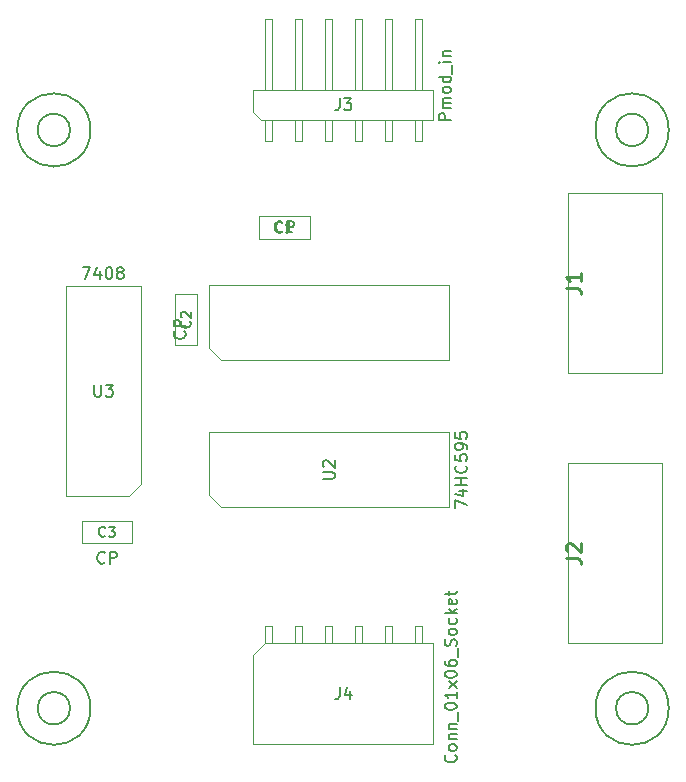
<source format=gbr>
%TF.GenerationSoftware,KiCad,Pcbnew,8.0.6*%
%TF.CreationDate,2024-10-19T21:44:57+02:00*%
%TF.ProjectId,595-PM-EXT,3539352d-504d-42d4-9558-542e6b696361,rev?*%
%TF.SameCoordinates,Original*%
%TF.FileFunction,AssemblyDrawing,Top*%
%FSLAX46Y46*%
G04 Gerber Fmt 4.6, Leading zero omitted, Abs format (unit mm)*
G04 Created by KiCad (PCBNEW 8.0.6) date 2024-10-19 21:44:57*
%MOMM*%
%LPD*%
G01*
G04 APERTURE LIST*
%ADD10C,0.150000*%
%ADD11C,0.129000*%
%ADD12C,0.254000*%
%ADD13C,0.100000*%
G04 APERTURE END LIST*
D10*
X122609523Y-61659580D02*
X122561904Y-61707200D01*
X122561904Y-61707200D02*
X122419047Y-61754819D01*
X122419047Y-61754819D02*
X122323809Y-61754819D01*
X122323809Y-61754819D02*
X122180952Y-61707200D01*
X122180952Y-61707200D02*
X122085714Y-61611961D01*
X122085714Y-61611961D02*
X122038095Y-61516723D01*
X122038095Y-61516723D02*
X121990476Y-61326247D01*
X121990476Y-61326247D02*
X121990476Y-61183390D01*
X121990476Y-61183390D02*
X122038095Y-60992914D01*
X122038095Y-60992914D02*
X122085714Y-60897676D01*
X122085714Y-60897676D02*
X122180952Y-60802438D01*
X122180952Y-60802438D02*
X122323809Y-60754819D01*
X122323809Y-60754819D02*
X122419047Y-60754819D01*
X122419047Y-60754819D02*
X122561904Y-60802438D01*
X122561904Y-60802438D02*
X122609523Y-60850057D01*
X123038095Y-61754819D02*
X123038095Y-60754819D01*
X123038095Y-60754819D02*
X123419047Y-60754819D01*
X123419047Y-60754819D02*
X123514285Y-60802438D01*
X123514285Y-60802438D02*
X123561904Y-60850057D01*
X123561904Y-60850057D02*
X123609523Y-60945295D01*
X123609523Y-60945295D02*
X123609523Y-61088152D01*
X123609523Y-61088152D02*
X123561904Y-61183390D01*
X123561904Y-61183390D02*
X123514285Y-61231009D01*
X123514285Y-61231009D02*
X123419047Y-61278628D01*
X123419047Y-61278628D02*
X123038095Y-61278628D01*
D11*
X122656666Y-61609240D02*
X122615714Y-61650193D01*
X122615714Y-61650193D02*
X122492856Y-61691145D01*
X122492856Y-61691145D02*
X122410952Y-61691145D01*
X122410952Y-61691145D02*
X122288095Y-61650193D01*
X122288095Y-61650193D02*
X122206190Y-61568288D01*
X122206190Y-61568288D02*
X122165237Y-61486383D01*
X122165237Y-61486383D02*
X122124285Y-61322573D01*
X122124285Y-61322573D02*
X122124285Y-61199716D01*
X122124285Y-61199716D02*
X122165237Y-61035907D01*
X122165237Y-61035907D02*
X122206190Y-60954002D01*
X122206190Y-60954002D02*
X122288095Y-60872097D01*
X122288095Y-60872097D02*
X122410952Y-60831145D01*
X122410952Y-60831145D02*
X122492856Y-60831145D01*
X122492856Y-60831145D02*
X122615714Y-60872097D01*
X122615714Y-60872097D02*
X122656666Y-60913050D01*
X123475714Y-61691145D02*
X122984285Y-61691145D01*
X123229999Y-61691145D02*
X123229999Y-60831145D01*
X123229999Y-60831145D02*
X123148095Y-60954002D01*
X123148095Y-60954002D02*
X123066190Y-61035907D01*
X123066190Y-61035907D02*
X122984285Y-61076859D01*
D10*
X105728095Y-64664819D02*
X106394761Y-64664819D01*
X106394761Y-64664819D02*
X105966190Y-65664819D01*
X107204285Y-64998152D02*
X107204285Y-65664819D01*
X106966190Y-64617200D02*
X106728095Y-65331485D01*
X106728095Y-65331485D02*
X107347142Y-65331485D01*
X107918571Y-64664819D02*
X108013809Y-64664819D01*
X108013809Y-64664819D02*
X108109047Y-64712438D01*
X108109047Y-64712438D02*
X108156666Y-64760057D01*
X108156666Y-64760057D02*
X108204285Y-64855295D01*
X108204285Y-64855295D02*
X108251904Y-65045771D01*
X108251904Y-65045771D02*
X108251904Y-65283866D01*
X108251904Y-65283866D02*
X108204285Y-65474342D01*
X108204285Y-65474342D02*
X108156666Y-65569580D01*
X108156666Y-65569580D02*
X108109047Y-65617200D01*
X108109047Y-65617200D02*
X108013809Y-65664819D01*
X108013809Y-65664819D02*
X107918571Y-65664819D01*
X107918571Y-65664819D02*
X107823333Y-65617200D01*
X107823333Y-65617200D02*
X107775714Y-65569580D01*
X107775714Y-65569580D02*
X107728095Y-65474342D01*
X107728095Y-65474342D02*
X107680476Y-65283866D01*
X107680476Y-65283866D02*
X107680476Y-65045771D01*
X107680476Y-65045771D02*
X107728095Y-64855295D01*
X107728095Y-64855295D02*
X107775714Y-64760057D01*
X107775714Y-64760057D02*
X107823333Y-64712438D01*
X107823333Y-64712438D02*
X107918571Y-64664819D01*
X108823333Y-65093390D02*
X108728095Y-65045771D01*
X108728095Y-65045771D02*
X108680476Y-64998152D01*
X108680476Y-64998152D02*
X108632857Y-64902914D01*
X108632857Y-64902914D02*
X108632857Y-64855295D01*
X108632857Y-64855295D02*
X108680476Y-64760057D01*
X108680476Y-64760057D02*
X108728095Y-64712438D01*
X108728095Y-64712438D02*
X108823333Y-64664819D01*
X108823333Y-64664819D02*
X109013809Y-64664819D01*
X109013809Y-64664819D02*
X109109047Y-64712438D01*
X109109047Y-64712438D02*
X109156666Y-64760057D01*
X109156666Y-64760057D02*
X109204285Y-64855295D01*
X109204285Y-64855295D02*
X109204285Y-64902914D01*
X109204285Y-64902914D02*
X109156666Y-64998152D01*
X109156666Y-64998152D02*
X109109047Y-65045771D01*
X109109047Y-65045771D02*
X109013809Y-65093390D01*
X109013809Y-65093390D02*
X108823333Y-65093390D01*
X108823333Y-65093390D02*
X108728095Y-65141009D01*
X108728095Y-65141009D02*
X108680476Y-65188628D01*
X108680476Y-65188628D02*
X108632857Y-65283866D01*
X108632857Y-65283866D02*
X108632857Y-65474342D01*
X108632857Y-65474342D02*
X108680476Y-65569580D01*
X108680476Y-65569580D02*
X108728095Y-65617200D01*
X108728095Y-65617200D02*
X108823333Y-65664819D01*
X108823333Y-65664819D02*
X109013809Y-65664819D01*
X109013809Y-65664819D02*
X109109047Y-65617200D01*
X109109047Y-65617200D02*
X109156666Y-65569580D01*
X109156666Y-65569580D02*
X109204285Y-65474342D01*
X109204285Y-65474342D02*
X109204285Y-65283866D01*
X109204285Y-65283866D02*
X109156666Y-65188628D01*
X109156666Y-65188628D02*
X109109047Y-65141009D01*
X109109047Y-65141009D02*
X109013809Y-65093390D01*
X106728095Y-74614819D02*
X106728095Y-75424342D01*
X106728095Y-75424342D02*
X106775714Y-75519580D01*
X106775714Y-75519580D02*
X106823333Y-75567200D01*
X106823333Y-75567200D02*
X106918571Y-75614819D01*
X106918571Y-75614819D02*
X107109047Y-75614819D01*
X107109047Y-75614819D02*
X107204285Y-75567200D01*
X107204285Y-75567200D02*
X107251904Y-75519580D01*
X107251904Y-75519580D02*
X107299523Y-75424342D01*
X107299523Y-75424342D02*
X107299523Y-74614819D01*
X107680476Y-74614819D02*
X108299523Y-74614819D01*
X108299523Y-74614819D02*
X107966190Y-74995771D01*
X107966190Y-74995771D02*
X108109047Y-74995771D01*
X108109047Y-74995771D02*
X108204285Y-75043390D01*
X108204285Y-75043390D02*
X108251904Y-75091009D01*
X108251904Y-75091009D02*
X108299523Y-75186247D01*
X108299523Y-75186247D02*
X108299523Y-75424342D01*
X108299523Y-75424342D02*
X108251904Y-75519580D01*
X108251904Y-75519580D02*
X108204285Y-75567200D01*
X108204285Y-75567200D02*
X108109047Y-75614819D01*
X108109047Y-75614819D02*
X107823333Y-75614819D01*
X107823333Y-75614819D02*
X107728095Y-75567200D01*
X107728095Y-75567200D02*
X107680476Y-75519580D01*
X137299580Y-105975239D02*
X137347200Y-106022858D01*
X137347200Y-106022858D02*
X137394819Y-106165715D01*
X137394819Y-106165715D02*
X137394819Y-106260953D01*
X137394819Y-106260953D02*
X137347200Y-106403810D01*
X137347200Y-106403810D02*
X137251961Y-106499048D01*
X137251961Y-106499048D02*
X137156723Y-106546667D01*
X137156723Y-106546667D02*
X136966247Y-106594286D01*
X136966247Y-106594286D02*
X136823390Y-106594286D01*
X136823390Y-106594286D02*
X136632914Y-106546667D01*
X136632914Y-106546667D02*
X136537676Y-106499048D01*
X136537676Y-106499048D02*
X136442438Y-106403810D01*
X136442438Y-106403810D02*
X136394819Y-106260953D01*
X136394819Y-106260953D02*
X136394819Y-106165715D01*
X136394819Y-106165715D02*
X136442438Y-106022858D01*
X136442438Y-106022858D02*
X136490057Y-105975239D01*
X137394819Y-105403810D02*
X137347200Y-105499048D01*
X137347200Y-105499048D02*
X137299580Y-105546667D01*
X137299580Y-105546667D02*
X137204342Y-105594286D01*
X137204342Y-105594286D02*
X136918628Y-105594286D01*
X136918628Y-105594286D02*
X136823390Y-105546667D01*
X136823390Y-105546667D02*
X136775771Y-105499048D01*
X136775771Y-105499048D02*
X136728152Y-105403810D01*
X136728152Y-105403810D02*
X136728152Y-105260953D01*
X136728152Y-105260953D02*
X136775771Y-105165715D01*
X136775771Y-105165715D02*
X136823390Y-105118096D01*
X136823390Y-105118096D02*
X136918628Y-105070477D01*
X136918628Y-105070477D02*
X137204342Y-105070477D01*
X137204342Y-105070477D02*
X137299580Y-105118096D01*
X137299580Y-105118096D02*
X137347200Y-105165715D01*
X137347200Y-105165715D02*
X137394819Y-105260953D01*
X137394819Y-105260953D02*
X137394819Y-105403810D01*
X136728152Y-104641905D02*
X137394819Y-104641905D01*
X136823390Y-104641905D02*
X136775771Y-104594286D01*
X136775771Y-104594286D02*
X136728152Y-104499048D01*
X136728152Y-104499048D02*
X136728152Y-104356191D01*
X136728152Y-104356191D02*
X136775771Y-104260953D01*
X136775771Y-104260953D02*
X136871009Y-104213334D01*
X136871009Y-104213334D02*
X137394819Y-104213334D01*
X136728152Y-103737143D02*
X137394819Y-103737143D01*
X136823390Y-103737143D02*
X136775771Y-103689524D01*
X136775771Y-103689524D02*
X136728152Y-103594286D01*
X136728152Y-103594286D02*
X136728152Y-103451429D01*
X136728152Y-103451429D02*
X136775771Y-103356191D01*
X136775771Y-103356191D02*
X136871009Y-103308572D01*
X136871009Y-103308572D02*
X137394819Y-103308572D01*
X137490057Y-103070477D02*
X137490057Y-102308572D01*
X136394819Y-101880000D02*
X136394819Y-101784762D01*
X136394819Y-101784762D02*
X136442438Y-101689524D01*
X136442438Y-101689524D02*
X136490057Y-101641905D01*
X136490057Y-101641905D02*
X136585295Y-101594286D01*
X136585295Y-101594286D02*
X136775771Y-101546667D01*
X136775771Y-101546667D02*
X137013866Y-101546667D01*
X137013866Y-101546667D02*
X137204342Y-101594286D01*
X137204342Y-101594286D02*
X137299580Y-101641905D01*
X137299580Y-101641905D02*
X137347200Y-101689524D01*
X137347200Y-101689524D02*
X137394819Y-101784762D01*
X137394819Y-101784762D02*
X137394819Y-101880000D01*
X137394819Y-101880000D02*
X137347200Y-101975238D01*
X137347200Y-101975238D02*
X137299580Y-102022857D01*
X137299580Y-102022857D02*
X137204342Y-102070476D01*
X137204342Y-102070476D02*
X137013866Y-102118095D01*
X137013866Y-102118095D02*
X136775771Y-102118095D01*
X136775771Y-102118095D02*
X136585295Y-102070476D01*
X136585295Y-102070476D02*
X136490057Y-102022857D01*
X136490057Y-102022857D02*
X136442438Y-101975238D01*
X136442438Y-101975238D02*
X136394819Y-101880000D01*
X137394819Y-100594286D02*
X137394819Y-101165714D01*
X137394819Y-100880000D02*
X136394819Y-100880000D01*
X136394819Y-100880000D02*
X136537676Y-100975238D01*
X136537676Y-100975238D02*
X136632914Y-101070476D01*
X136632914Y-101070476D02*
X136680533Y-101165714D01*
X137394819Y-100260952D02*
X136728152Y-99737143D01*
X136728152Y-100260952D02*
X137394819Y-99737143D01*
X136394819Y-99165714D02*
X136394819Y-99070476D01*
X136394819Y-99070476D02*
X136442438Y-98975238D01*
X136442438Y-98975238D02*
X136490057Y-98927619D01*
X136490057Y-98927619D02*
X136585295Y-98880000D01*
X136585295Y-98880000D02*
X136775771Y-98832381D01*
X136775771Y-98832381D02*
X137013866Y-98832381D01*
X137013866Y-98832381D02*
X137204342Y-98880000D01*
X137204342Y-98880000D02*
X137299580Y-98927619D01*
X137299580Y-98927619D02*
X137347200Y-98975238D01*
X137347200Y-98975238D02*
X137394819Y-99070476D01*
X137394819Y-99070476D02*
X137394819Y-99165714D01*
X137394819Y-99165714D02*
X137347200Y-99260952D01*
X137347200Y-99260952D02*
X137299580Y-99308571D01*
X137299580Y-99308571D02*
X137204342Y-99356190D01*
X137204342Y-99356190D02*
X137013866Y-99403809D01*
X137013866Y-99403809D02*
X136775771Y-99403809D01*
X136775771Y-99403809D02*
X136585295Y-99356190D01*
X136585295Y-99356190D02*
X136490057Y-99308571D01*
X136490057Y-99308571D02*
X136442438Y-99260952D01*
X136442438Y-99260952D02*
X136394819Y-99165714D01*
X136394819Y-97975238D02*
X136394819Y-98165714D01*
X136394819Y-98165714D02*
X136442438Y-98260952D01*
X136442438Y-98260952D02*
X136490057Y-98308571D01*
X136490057Y-98308571D02*
X136632914Y-98403809D01*
X136632914Y-98403809D02*
X136823390Y-98451428D01*
X136823390Y-98451428D02*
X137204342Y-98451428D01*
X137204342Y-98451428D02*
X137299580Y-98403809D01*
X137299580Y-98403809D02*
X137347200Y-98356190D01*
X137347200Y-98356190D02*
X137394819Y-98260952D01*
X137394819Y-98260952D02*
X137394819Y-98070476D01*
X137394819Y-98070476D02*
X137347200Y-97975238D01*
X137347200Y-97975238D02*
X137299580Y-97927619D01*
X137299580Y-97927619D02*
X137204342Y-97880000D01*
X137204342Y-97880000D02*
X136966247Y-97880000D01*
X136966247Y-97880000D02*
X136871009Y-97927619D01*
X136871009Y-97927619D02*
X136823390Y-97975238D01*
X136823390Y-97975238D02*
X136775771Y-98070476D01*
X136775771Y-98070476D02*
X136775771Y-98260952D01*
X136775771Y-98260952D02*
X136823390Y-98356190D01*
X136823390Y-98356190D02*
X136871009Y-98403809D01*
X136871009Y-98403809D02*
X136966247Y-98451428D01*
X137490057Y-97689524D02*
X137490057Y-96927619D01*
X137347200Y-96737142D02*
X137394819Y-96594285D01*
X137394819Y-96594285D02*
X137394819Y-96356190D01*
X137394819Y-96356190D02*
X137347200Y-96260952D01*
X137347200Y-96260952D02*
X137299580Y-96213333D01*
X137299580Y-96213333D02*
X137204342Y-96165714D01*
X137204342Y-96165714D02*
X137109104Y-96165714D01*
X137109104Y-96165714D02*
X137013866Y-96213333D01*
X137013866Y-96213333D02*
X136966247Y-96260952D01*
X136966247Y-96260952D02*
X136918628Y-96356190D01*
X136918628Y-96356190D02*
X136871009Y-96546666D01*
X136871009Y-96546666D02*
X136823390Y-96641904D01*
X136823390Y-96641904D02*
X136775771Y-96689523D01*
X136775771Y-96689523D02*
X136680533Y-96737142D01*
X136680533Y-96737142D02*
X136585295Y-96737142D01*
X136585295Y-96737142D02*
X136490057Y-96689523D01*
X136490057Y-96689523D02*
X136442438Y-96641904D01*
X136442438Y-96641904D02*
X136394819Y-96546666D01*
X136394819Y-96546666D02*
X136394819Y-96308571D01*
X136394819Y-96308571D02*
X136442438Y-96165714D01*
X137394819Y-95594285D02*
X137347200Y-95689523D01*
X137347200Y-95689523D02*
X137299580Y-95737142D01*
X137299580Y-95737142D02*
X137204342Y-95784761D01*
X137204342Y-95784761D02*
X136918628Y-95784761D01*
X136918628Y-95784761D02*
X136823390Y-95737142D01*
X136823390Y-95737142D02*
X136775771Y-95689523D01*
X136775771Y-95689523D02*
X136728152Y-95594285D01*
X136728152Y-95594285D02*
X136728152Y-95451428D01*
X136728152Y-95451428D02*
X136775771Y-95356190D01*
X136775771Y-95356190D02*
X136823390Y-95308571D01*
X136823390Y-95308571D02*
X136918628Y-95260952D01*
X136918628Y-95260952D02*
X137204342Y-95260952D01*
X137204342Y-95260952D02*
X137299580Y-95308571D01*
X137299580Y-95308571D02*
X137347200Y-95356190D01*
X137347200Y-95356190D02*
X137394819Y-95451428D01*
X137394819Y-95451428D02*
X137394819Y-95594285D01*
X137347200Y-94403809D02*
X137394819Y-94499047D01*
X137394819Y-94499047D02*
X137394819Y-94689523D01*
X137394819Y-94689523D02*
X137347200Y-94784761D01*
X137347200Y-94784761D02*
X137299580Y-94832380D01*
X137299580Y-94832380D02*
X137204342Y-94879999D01*
X137204342Y-94879999D02*
X136918628Y-94879999D01*
X136918628Y-94879999D02*
X136823390Y-94832380D01*
X136823390Y-94832380D02*
X136775771Y-94784761D01*
X136775771Y-94784761D02*
X136728152Y-94689523D01*
X136728152Y-94689523D02*
X136728152Y-94499047D01*
X136728152Y-94499047D02*
X136775771Y-94403809D01*
X137394819Y-93975237D02*
X136394819Y-93975237D01*
X137013866Y-93879999D02*
X137394819Y-93594285D01*
X136728152Y-93594285D02*
X137109104Y-93975237D01*
X137347200Y-92784761D02*
X137394819Y-92879999D01*
X137394819Y-92879999D02*
X137394819Y-93070475D01*
X137394819Y-93070475D02*
X137347200Y-93165713D01*
X137347200Y-93165713D02*
X137251961Y-93213332D01*
X137251961Y-93213332D02*
X136871009Y-93213332D01*
X136871009Y-93213332D02*
X136775771Y-93165713D01*
X136775771Y-93165713D02*
X136728152Y-93070475D01*
X136728152Y-93070475D02*
X136728152Y-92879999D01*
X136728152Y-92879999D02*
X136775771Y-92784761D01*
X136775771Y-92784761D02*
X136871009Y-92737142D01*
X136871009Y-92737142D02*
X136966247Y-92737142D01*
X136966247Y-92737142D02*
X137061485Y-93213332D01*
X136728152Y-92451427D02*
X136728152Y-92070475D01*
X136394819Y-92308570D02*
X137251961Y-92308570D01*
X137251961Y-92308570D02*
X137347200Y-92260951D01*
X137347200Y-92260951D02*
X137394819Y-92165713D01*
X137394819Y-92165713D02*
X137394819Y-92070475D01*
X127486666Y-100229819D02*
X127486666Y-100944104D01*
X127486666Y-100944104D02*
X127439047Y-101086961D01*
X127439047Y-101086961D02*
X127343809Y-101182200D01*
X127343809Y-101182200D02*
X127200952Y-101229819D01*
X127200952Y-101229819D02*
X127105714Y-101229819D01*
X128391428Y-100563152D02*
X128391428Y-101229819D01*
X128153333Y-100182200D02*
X127915238Y-100896485D01*
X127915238Y-100896485D02*
X128534285Y-100896485D01*
X107609523Y-89659580D02*
X107561904Y-89707200D01*
X107561904Y-89707200D02*
X107419047Y-89754819D01*
X107419047Y-89754819D02*
X107323809Y-89754819D01*
X107323809Y-89754819D02*
X107180952Y-89707200D01*
X107180952Y-89707200D02*
X107085714Y-89611961D01*
X107085714Y-89611961D02*
X107038095Y-89516723D01*
X107038095Y-89516723D02*
X106990476Y-89326247D01*
X106990476Y-89326247D02*
X106990476Y-89183390D01*
X106990476Y-89183390D02*
X107038095Y-88992914D01*
X107038095Y-88992914D02*
X107085714Y-88897676D01*
X107085714Y-88897676D02*
X107180952Y-88802438D01*
X107180952Y-88802438D02*
X107323809Y-88754819D01*
X107323809Y-88754819D02*
X107419047Y-88754819D01*
X107419047Y-88754819D02*
X107561904Y-88802438D01*
X107561904Y-88802438D02*
X107609523Y-88850057D01*
X108038095Y-89754819D02*
X108038095Y-88754819D01*
X108038095Y-88754819D02*
X108419047Y-88754819D01*
X108419047Y-88754819D02*
X108514285Y-88802438D01*
X108514285Y-88802438D02*
X108561904Y-88850057D01*
X108561904Y-88850057D02*
X108609523Y-88945295D01*
X108609523Y-88945295D02*
X108609523Y-89088152D01*
X108609523Y-89088152D02*
X108561904Y-89183390D01*
X108561904Y-89183390D02*
X108514285Y-89231009D01*
X108514285Y-89231009D02*
X108419047Y-89278628D01*
X108419047Y-89278628D02*
X108038095Y-89278628D01*
D11*
X107656666Y-87409240D02*
X107615714Y-87450193D01*
X107615714Y-87450193D02*
X107492856Y-87491145D01*
X107492856Y-87491145D02*
X107410952Y-87491145D01*
X107410952Y-87491145D02*
X107288095Y-87450193D01*
X107288095Y-87450193D02*
X107206190Y-87368288D01*
X107206190Y-87368288D02*
X107165237Y-87286383D01*
X107165237Y-87286383D02*
X107124285Y-87122573D01*
X107124285Y-87122573D02*
X107124285Y-86999716D01*
X107124285Y-86999716D02*
X107165237Y-86835907D01*
X107165237Y-86835907D02*
X107206190Y-86754002D01*
X107206190Y-86754002D02*
X107288095Y-86672097D01*
X107288095Y-86672097D02*
X107410952Y-86631145D01*
X107410952Y-86631145D02*
X107492856Y-86631145D01*
X107492856Y-86631145D02*
X107615714Y-86672097D01*
X107615714Y-86672097D02*
X107656666Y-86713050D01*
X107943333Y-86631145D02*
X108475714Y-86631145D01*
X108475714Y-86631145D02*
X108189047Y-86958764D01*
X108189047Y-86958764D02*
X108311904Y-86958764D01*
X108311904Y-86958764D02*
X108393809Y-86999716D01*
X108393809Y-86999716D02*
X108434761Y-87040669D01*
X108434761Y-87040669D02*
X108475714Y-87122573D01*
X108475714Y-87122573D02*
X108475714Y-87327335D01*
X108475714Y-87327335D02*
X108434761Y-87409240D01*
X108434761Y-87409240D02*
X108393809Y-87450193D01*
X108393809Y-87450193D02*
X108311904Y-87491145D01*
X108311904Y-87491145D02*
X108066190Y-87491145D01*
X108066190Y-87491145D02*
X107984285Y-87450193D01*
X107984285Y-87450193D02*
X107943333Y-87409240D01*
D10*
X114359580Y-70090476D02*
X114407200Y-70138095D01*
X114407200Y-70138095D02*
X114454819Y-70280952D01*
X114454819Y-70280952D02*
X114454819Y-70376190D01*
X114454819Y-70376190D02*
X114407200Y-70519047D01*
X114407200Y-70519047D02*
X114311961Y-70614285D01*
X114311961Y-70614285D02*
X114216723Y-70661904D01*
X114216723Y-70661904D02*
X114026247Y-70709523D01*
X114026247Y-70709523D02*
X113883390Y-70709523D01*
X113883390Y-70709523D02*
X113692914Y-70661904D01*
X113692914Y-70661904D02*
X113597676Y-70614285D01*
X113597676Y-70614285D02*
X113502438Y-70519047D01*
X113502438Y-70519047D02*
X113454819Y-70376190D01*
X113454819Y-70376190D02*
X113454819Y-70280952D01*
X113454819Y-70280952D02*
X113502438Y-70138095D01*
X113502438Y-70138095D02*
X113550057Y-70090476D01*
X114454819Y-69661904D02*
X113454819Y-69661904D01*
X113454819Y-69661904D02*
X113454819Y-69280952D01*
X113454819Y-69280952D02*
X113502438Y-69185714D01*
X113502438Y-69185714D02*
X113550057Y-69138095D01*
X113550057Y-69138095D02*
X113645295Y-69090476D01*
X113645295Y-69090476D02*
X113788152Y-69090476D01*
X113788152Y-69090476D02*
X113883390Y-69138095D01*
X113883390Y-69138095D02*
X113931009Y-69185714D01*
X113931009Y-69185714D02*
X113978628Y-69280952D01*
X113978628Y-69280952D02*
X113978628Y-69661904D01*
D11*
X114809240Y-69243333D02*
X114850193Y-69284285D01*
X114850193Y-69284285D02*
X114891145Y-69407143D01*
X114891145Y-69407143D02*
X114891145Y-69489047D01*
X114891145Y-69489047D02*
X114850193Y-69611904D01*
X114850193Y-69611904D02*
X114768288Y-69693809D01*
X114768288Y-69693809D02*
X114686383Y-69734762D01*
X114686383Y-69734762D02*
X114522573Y-69775714D01*
X114522573Y-69775714D02*
X114399716Y-69775714D01*
X114399716Y-69775714D02*
X114235907Y-69734762D01*
X114235907Y-69734762D02*
X114154002Y-69693809D01*
X114154002Y-69693809D02*
X114072097Y-69611904D01*
X114072097Y-69611904D02*
X114031145Y-69489047D01*
X114031145Y-69489047D02*
X114031145Y-69407143D01*
X114031145Y-69407143D02*
X114072097Y-69284285D01*
X114072097Y-69284285D02*
X114113050Y-69243333D01*
X114113050Y-68915714D02*
X114072097Y-68874762D01*
X114072097Y-68874762D02*
X114031145Y-68792857D01*
X114031145Y-68792857D02*
X114031145Y-68588095D01*
X114031145Y-68588095D02*
X114072097Y-68506190D01*
X114072097Y-68506190D02*
X114113050Y-68465238D01*
X114113050Y-68465238D02*
X114194954Y-68424285D01*
X114194954Y-68424285D02*
X114276859Y-68424285D01*
X114276859Y-68424285D02*
X114399716Y-68465238D01*
X114399716Y-68465238D02*
X114891145Y-68956666D01*
X114891145Y-68956666D02*
X114891145Y-68424285D01*
D10*
X136894819Y-52199761D02*
X135894819Y-52199761D01*
X135894819Y-52199761D02*
X135894819Y-51818809D01*
X135894819Y-51818809D02*
X135942438Y-51723571D01*
X135942438Y-51723571D02*
X135990057Y-51675952D01*
X135990057Y-51675952D02*
X136085295Y-51628333D01*
X136085295Y-51628333D02*
X136228152Y-51628333D01*
X136228152Y-51628333D02*
X136323390Y-51675952D01*
X136323390Y-51675952D02*
X136371009Y-51723571D01*
X136371009Y-51723571D02*
X136418628Y-51818809D01*
X136418628Y-51818809D02*
X136418628Y-52199761D01*
X136894819Y-51199761D02*
X136228152Y-51199761D01*
X136323390Y-51199761D02*
X136275771Y-51152142D01*
X136275771Y-51152142D02*
X136228152Y-51056904D01*
X136228152Y-51056904D02*
X136228152Y-50914047D01*
X136228152Y-50914047D02*
X136275771Y-50818809D01*
X136275771Y-50818809D02*
X136371009Y-50771190D01*
X136371009Y-50771190D02*
X136894819Y-50771190D01*
X136371009Y-50771190D02*
X136275771Y-50723571D01*
X136275771Y-50723571D02*
X136228152Y-50628333D01*
X136228152Y-50628333D02*
X136228152Y-50485476D01*
X136228152Y-50485476D02*
X136275771Y-50390237D01*
X136275771Y-50390237D02*
X136371009Y-50342618D01*
X136371009Y-50342618D02*
X136894819Y-50342618D01*
X136894819Y-49723571D02*
X136847200Y-49818809D01*
X136847200Y-49818809D02*
X136799580Y-49866428D01*
X136799580Y-49866428D02*
X136704342Y-49914047D01*
X136704342Y-49914047D02*
X136418628Y-49914047D01*
X136418628Y-49914047D02*
X136323390Y-49866428D01*
X136323390Y-49866428D02*
X136275771Y-49818809D01*
X136275771Y-49818809D02*
X136228152Y-49723571D01*
X136228152Y-49723571D02*
X136228152Y-49580714D01*
X136228152Y-49580714D02*
X136275771Y-49485476D01*
X136275771Y-49485476D02*
X136323390Y-49437857D01*
X136323390Y-49437857D02*
X136418628Y-49390238D01*
X136418628Y-49390238D02*
X136704342Y-49390238D01*
X136704342Y-49390238D02*
X136799580Y-49437857D01*
X136799580Y-49437857D02*
X136847200Y-49485476D01*
X136847200Y-49485476D02*
X136894819Y-49580714D01*
X136894819Y-49580714D02*
X136894819Y-49723571D01*
X136894819Y-48533095D02*
X135894819Y-48533095D01*
X136847200Y-48533095D02*
X136894819Y-48628333D01*
X136894819Y-48628333D02*
X136894819Y-48818809D01*
X136894819Y-48818809D02*
X136847200Y-48914047D01*
X136847200Y-48914047D02*
X136799580Y-48961666D01*
X136799580Y-48961666D02*
X136704342Y-49009285D01*
X136704342Y-49009285D02*
X136418628Y-49009285D01*
X136418628Y-49009285D02*
X136323390Y-48961666D01*
X136323390Y-48961666D02*
X136275771Y-48914047D01*
X136275771Y-48914047D02*
X136228152Y-48818809D01*
X136228152Y-48818809D02*
X136228152Y-48628333D01*
X136228152Y-48628333D02*
X136275771Y-48533095D01*
X136990057Y-48295000D02*
X136990057Y-47533095D01*
X136894819Y-47294999D02*
X136228152Y-47294999D01*
X135894819Y-47294999D02*
X135942438Y-47342618D01*
X135942438Y-47342618D02*
X135990057Y-47294999D01*
X135990057Y-47294999D02*
X135942438Y-47247380D01*
X135942438Y-47247380D02*
X135894819Y-47294999D01*
X135894819Y-47294999D02*
X135990057Y-47294999D01*
X136228152Y-46818809D02*
X136894819Y-46818809D01*
X136323390Y-46818809D02*
X136275771Y-46771190D01*
X136275771Y-46771190D02*
X136228152Y-46675952D01*
X136228152Y-46675952D02*
X136228152Y-46533095D01*
X136228152Y-46533095D02*
X136275771Y-46437857D01*
X136275771Y-46437857D02*
X136371009Y-46390238D01*
X136371009Y-46390238D02*
X136894819Y-46390238D01*
X127486666Y-50364819D02*
X127486666Y-51079104D01*
X127486666Y-51079104D02*
X127439047Y-51221961D01*
X127439047Y-51221961D02*
X127343809Y-51317200D01*
X127343809Y-51317200D02*
X127200952Y-51364819D01*
X127200952Y-51364819D02*
X127105714Y-51364819D01*
X127867619Y-50364819D02*
X128486666Y-50364819D01*
X128486666Y-50364819D02*
X128153333Y-50745771D01*
X128153333Y-50745771D02*
X128296190Y-50745771D01*
X128296190Y-50745771D02*
X128391428Y-50793390D01*
X128391428Y-50793390D02*
X128439047Y-50841009D01*
X128439047Y-50841009D02*
X128486666Y-50936247D01*
X128486666Y-50936247D02*
X128486666Y-51174342D01*
X128486666Y-51174342D02*
X128439047Y-51269580D01*
X128439047Y-51269580D02*
X128391428Y-51317200D01*
X128391428Y-51317200D02*
X128296190Y-51364819D01*
X128296190Y-51364819D02*
X128010476Y-51364819D01*
X128010476Y-51364819D02*
X127915238Y-51317200D01*
X127915238Y-51317200D02*
X127867619Y-51269580D01*
D12*
X146646318Y-89273332D02*
X147553461Y-89273332D01*
X147553461Y-89273332D02*
X147734889Y-89333809D01*
X147734889Y-89333809D02*
X147855842Y-89454761D01*
X147855842Y-89454761D02*
X147916318Y-89636190D01*
X147916318Y-89636190D02*
X147916318Y-89757142D01*
X146767270Y-88729047D02*
X146706794Y-88668571D01*
X146706794Y-88668571D02*
X146646318Y-88547618D01*
X146646318Y-88547618D02*
X146646318Y-88245237D01*
X146646318Y-88245237D02*
X146706794Y-88124285D01*
X146706794Y-88124285D02*
X146767270Y-88063809D01*
X146767270Y-88063809D02*
X146888222Y-88003332D01*
X146888222Y-88003332D02*
X147009175Y-88003332D01*
X147009175Y-88003332D02*
X147190603Y-88063809D01*
X147190603Y-88063809D02*
X147916318Y-88789523D01*
X147916318Y-88789523D02*
X147916318Y-88003332D01*
D10*
X137284819Y-85071904D02*
X137284819Y-84405238D01*
X137284819Y-84405238D02*
X138284819Y-84833809D01*
X137618152Y-83595714D02*
X138284819Y-83595714D01*
X137237200Y-83833809D02*
X137951485Y-84071904D01*
X137951485Y-84071904D02*
X137951485Y-83452857D01*
X138284819Y-83071904D02*
X137284819Y-83071904D01*
X137761009Y-83071904D02*
X137761009Y-82500476D01*
X138284819Y-82500476D02*
X137284819Y-82500476D01*
X138189580Y-81452857D02*
X138237200Y-81500476D01*
X138237200Y-81500476D02*
X138284819Y-81643333D01*
X138284819Y-81643333D02*
X138284819Y-81738571D01*
X138284819Y-81738571D02*
X138237200Y-81881428D01*
X138237200Y-81881428D02*
X138141961Y-81976666D01*
X138141961Y-81976666D02*
X138046723Y-82024285D01*
X138046723Y-82024285D02*
X137856247Y-82071904D01*
X137856247Y-82071904D02*
X137713390Y-82071904D01*
X137713390Y-82071904D02*
X137522914Y-82024285D01*
X137522914Y-82024285D02*
X137427676Y-81976666D01*
X137427676Y-81976666D02*
X137332438Y-81881428D01*
X137332438Y-81881428D02*
X137284819Y-81738571D01*
X137284819Y-81738571D02*
X137284819Y-81643333D01*
X137284819Y-81643333D02*
X137332438Y-81500476D01*
X137332438Y-81500476D02*
X137380057Y-81452857D01*
X137284819Y-80548095D02*
X137284819Y-81024285D01*
X137284819Y-81024285D02*
X137761009Y-81071904D01*
X137761009Y-81071904D02*
X137713390Y-81024285D01*
X137713390Y-81024285D02*
X137665771Y-80929047D01*
X137665771Y-80929047D02*
X137665771Y-80690952D01*
X137665771Y-80690952D02*
X137713390Y-80595714D01*
X137713390Y-80595714D02*
X137761009Y-80548095D01*
X137761009Y-80548095D02*
X137856247Y-80500476D01*
X137856247Y-80500476D02*
X138094342Y-80500476D01*
X138094342Y-80500476D02*
X138189580Y-80548095D01*
X138189580Y-80548095D02*
X138237200Y-80595714D01*
X138237200Y-80595714D02*
X138284819Y-80690952D01*
X138284819Y-80690952D02*
X138284819Y-80929047D01*
X138284819Y-80929047D02*
X138237200Y-81024285D01*
X138237200Y-81024285D02*
X138189580Y-81071904D01*
X138284819Y-80024285D02*
X138284819Y-79833809D01*
X138284819Y-79833809D02*
X138237200Y-79738571D01*
X138237200Y-79738571D02*
X138189580Y-79690952D01*
X138189580Y-79690952D02*
X138046723Y-79595714D01*
X138046723Y-79595714D02*
X137856247Y-79548095D01*
X137856247Y-79548095D02*
X137475295Y-79548095D01*
X137475295Y-79548095D02*
X137380057Y-79595714D01*
X137380057Y-79595714D02*
X137332438Y-79643333D01*
X137332438Y-79643333D02*
X137284819Y-79738571D01*
X137284819Y-79738571D02*
X137284819Y-79929047D01*
X137284819Y-79929047D02*
X137332438Y-80024285D01*
X137332438Y-80024285D02*
X137380057Y-80071904D01*
X137380057Y-80071904D02*
X137475295Y-80119523D01*
X137475295Y-80119523D02*
X137713390Y-80119523D01*
X137713390Y-80119523D02*
X137808628Y-80071904D01*
X137808628Y-80071904D02*
X137856247Y-80024285D01*
X137856247Y-80024285D02*
X137903866Y-79929047D01*
X137903866Y-79929047D02*
X137903866Y-79738571D01*
X137903866Y-79738571D02*
X137856247Y-79643333D01*
X137856247Y-79643333D02*
X137808628Y-79595714D01*
X137808628Y-79595714D02*
X137713390Y-79548095D01*
X137284819Y-78643333D02*
X137284819Y-79119523D01*
X137284819Y-79119523D02*
X137761009Y-79167142D01*
X137761009Y-79167142D02*
X137713390Y-79119523D01*
X137713390Y-79119523D02*
X137665771Y-79024285D01*
X137665771Y-79024285D02*
X137665771Y-78786190D01*
X137665771Y-78786190D02*
X137713390Y-78690952D01*
X137713390Y-78690952D02*
X137761009Y-78643333D01*
X137761009Y-78643333D02*
X137856247Y-78595714D01*
X137856247Y-78595714D02*
X138094342Y-78595714D01*
X138094342Y-78595714D02*
X138189580Y-78643333D01*
X138189580Y-78643333D02*
X138237200Y-78690952D01*
X138237200Y-78690952D02*
X138284819Y-78786190D01*
X138284819Y-78786190D02*
X138284819Y-79024285D01*
X138284819Y-79024285D02*
X138237200Y-79119523D01*
X138237200Y-79119523D02*
X138189580Y-79167142D01*
X126064819Y-82571904D02*
X126874342Y-82571904D01*
X126874342Y-82571904D02*
X126969580Y-82524285D01*
X126969580Y-82524285D02*
X127017200Y-82476666D01*
X127017200Y-82476666D02*
X127064819Y-82381428D01*
X127064819Y-82381428D02*
X127064819Y-82190952D01*
X127064819Y-82190952D02*
X127017200Y-82095714D01*
X127017200Y-82095714D02*
X126969580Y-82048095D01*
X126969580Y-82048095D02*
X126874342Y-82000476D01*
X126874342Y-82000476D02*
X126064819Y-82000476D01*
X126160057Y-81571904D02*
X126112438Y-81524285D01*
X126112438Y-81524285D02*
X126064819Y-81429047D01*
X126064819Y-81429047D02*
X126064819Y-81190952D01*
X126064819Y-81190952D02*
X126112438Y-81095714D01*
X126112438Y-81095714D02*
X126160057Y-81048095D01*
X126160057Y-81048095D02*
X126255295Y-81000476D01*
X126255295Y-81000476D02*
X126350533Y-81000476D01*
X126350533Y-81000476D02*
X126493390Y-81048095D01*
X126493390Y-81048095D02*
X127064819Y-81619523D01*
X127064819Y-81619523D02*
X127064819Y-81000476D01*
D12*
X146646318Y-66413332D02*
X147553461Y-66413332D01*
X147553461Y-66413332D02*
X147734889Y-66473809D01*
X147734889Y-66473809D02*
X147855842Y-66594761D01*
X147855842Y-66594761D02*
X147916318Y-66776190D01*
X147916318Y-66776190D02*
X147916318Y-66897142D01*
X147916318Y-65143332D02*
X147916318Y-65869047D01*
X147916318Y-65506190D02*
X146646318Y-65506190D01*
X146646318Y-65506190D02*
X146827746Y-65627142D01*
X146827746Y-65627142D02*
X146948699Y-65748094D01*
X146948699Y-65748094D02*
X147009175Y-65869047D01*
D13*
%TO.C,C1*%
X120650000Y-60350000D02*
X120650000Y-62250000D01*
X120650000Y-62250000D02*
X124950000Y-62250000D01*
X124950000Y-60350000D02*
X120650000Y-60350000D01*
X124950000Y-62250000D02*
X124950000Y-60350000D01*
D10*
%TO.C,*%
X106400000Y-53040000D02*
G75*
G02*
X100200000Y-53040000I-3100000J0D01*
G01*
X100200000Y-53040000D02*
G75*
G02*
X106400000Y-53040000I3100000J0D01*
G01*
X104675000Y-53040000D02*
G75*
G02*
X101925000Y-53040000I-1375000J0D01*
G01*
X101925000Y-53040000D02*
G75*
G02*
X104675000Y-53040000I1375000J0D01*
G01*
D13*
%TO.C,U1*%
X116455000Y-66140000D02*
X136775000Y-66140000D01*
X116455000Y-71490000D02*
X116455000Y-66140000D01*
X117455000Y-72490000D02*
X116455000Y-71490000D01*
X136775000Y-66140000D02*
X136775000Y-72490000D01*
X136775000Y-72490000D02*
X117455000Y-72490000D01*
%TO.C,U3*%
X104315000Y-66270000D02*
X110665000Y-66270000D01*
X104315000Y-84050000D02*
X104315000Y-66270000D01*
X109665000Y-84050000D02*
X104315000Y-84050000D01*
X110665000Y-66270000D02*
X110665000Y-83050000D01*
X110665000Y-83050000D02*
X109665000Y-84050000D01*
%TO.C,J4*%
X120200000Y-97490000D02*
X121170000Y-96520000D01*
X120200000Y-105030000D02*
X120200000Y-97490000D01*
X121170000Y-95000000D02*
X121170000Y-96520000D01*
X121170000Y-96520000D02*
X135440000Y-96520000D01*
X121770000Y-95000000D02*
X121170000Y-95000000D01*
X121770000Y-96520000D02*
X121770000Y-95000000D01*
X123710000Y-95000000D02*
X123710000Y-96520000D01*
X124310000Y-95000000D02*
X123710000Y-95000000D01*
X124310000Y-96520000D02*
X124310000Y-95000000D01*
X126250000Y-95000000D02*
X126250000Y-96520000D01*
X126850000Y-95000000D02*
X126250000Y-95000000D01*
X126850000Y-96520000D02*
X126850000Y-95000000D01*
X128790000Y-95000000D02*
X128790000Y-96520000D01*
X129390000Y-95000000D02*
X128790000Y-95000000D01*
X129390000Y-96520000D02*
X129390000Y-95000000D01*
X131330000Y-95000000D02*
X131330000Y-96520000D01*
X131930000Y-95000000D02*
X131330000Y-95000000D01*
X131930000Y-96520000D02*
X131930000Y-95000000D01*
X133870000Y-95000000D02*
X133870000Y-96520000D01*
X134470000Y-95000000D02*
X133870000Y-95000000D01*
X134470000Y-96520000D02*
X134470000Y-95000000D01*
X135440000Y-96520000D02*
X135440000Y-105030000D01*
X135440000Y-105030000D02*
X120200000Y-105030000D01*
%TO.C,C3*%
X105650000Y-86150000D02*
X105650000Y-88050000D01*
X105650000Y-88050000D02*
X109950000Y-88050000D01*
X109950000Y-86150000D02*
X105650000Y-86150000D01*
X109950000Y-88050000D02*
X109950000Y-86150000D01*
D10*
%TO.C,*%
X155360000Y-53040000D02*
G75*
G02*
X149160000Y-53040000I-3100000J0D01*
G01*
X149160000Y-53040000D02*
G75*
G02*
X155360000Y-53040000I3100000J0D01*
G01*
X153635000Y-53040000D02*
G75*
G02*
X150885000Y-53040000I-1375000J0D01*
G01*
X150885000Y-53040000D02*
G75*
G02*
X153635000Y-53040000I1375000J0D01*
G01*
D13*
%TO.C,C2*%
X113550000Y-66950000D02*
X113550000Y-71250000D01*
X113550000Y-71250000D02*
X115450000Y-71250000D01*
X115450000Y-66950000D02*
X113550000Y-66950000D01*
X115450000Y-71250000D02*
X115450000Y-66950000D01*
%TO.C,J3*%
X120200000Y-49640000D02*
X135440000Y-49640000D01*
X120200000Y-51545000D02*
X120200000Y-49640000D01*
X120835000Y-52180000D02*
X120200000Y-51545000D01*
X121150000Y-43640000D02*
X121790000Y-43640000D01*
X121150000Y-49640000D02*
X121150000Y-43640000D01*
X121150000Y-54000000D02*
X121150000Y-52180000D01*
X121150000Y-54000000D02*
X121790000Y-54000000D01*
X121790000Y-49640000D02*
X121790000Y-43640000D01*
X121790000Y-54000000D02*
X121790000Y-52180000D01*
X123690000Y-43640000D02*
X124330000Y-43640000D01*
X123690000Y-49640000D02*
X123690000Y-43640000D01*
X123690000Y-54000000D02*
X123690000Y-52180000D01*
X123690000Y-54000000D02*
X124330000Y-54000000D01*
X124330000Y-49640000D02*
X124330000Y-43640000D01*
X124330000Y-54000000D02*
X124330000Y-52180000D01*
X126230000Y-43640000D02*
X126870000Y-43640000D01*
X126230000Y-49640000D02*
X126230000Y-43640000D01*
X126230000Y-54000000D02*
X126230000Y-52180000D01*
X126230000Y-54000000D02*
X126870000Y-54000000D01*
X126870000Y-49640000D02*
X126870000Y-43640000D01*
X126870000Y-54000000D02*
X126870000Y-52180000D01*
X128770000Y-43640000D02*
X129410000Y-43640000D01*
X128770000Y-49640000D02*
X128770000Y-43640000D01*
X128770000Y-54000000D02*
X128770000Y-52180000D01*
X128770000Y-54000000D02*
X129410000Y-54000000D01*
X129410000Y-49640000D02*
X129410000Y-43640000D01*
X129410000Y-54000000D02*
X129410000Y-52180000D01*
X131310000Y-43640000D02*
X131950000Y-43640000D01*
X131310000Y-49640000D02*
X131310000Y-43640000D01*
X131310000Y-54000000D02*
X131310000Y-52180000D01*
X131310000Y-54000000D02*
X131950000Y-54000000D01*
X131950000Y-49640000D02*
X131950000Y-43640000D01*
X131950000Y-54000000D02*
X131950000Y-52180000D01*
X133850000Y-43640000D02*
X134490000Y-43640000D01*
X133850000Y-49640000D02*
X133850000Y-43640000D01*
X133850000Y-54000000D02*
X133850000Y-52180000D01*
X133850000Y-54000000D02*
X134490000Y-54000000D01*
X134490000Y-49640000D02*
X134490000Y-43640000D01*
X134490000Y-54000000D02*
X134490000Y-52180000D01*
X135440000Y-49640000D02*
X135440000Y-52180000D01*
X135440000Y-52180000D02*
X120835000Y-52180000D01*
D10*
%TO.C,*%
X155360000Y-102000000D02*
G75*
G02*
X149160000Y-102000000I-3100000J0D01*
G01*
X149160000Y-102000000D02*
G75*
G02*
X155360000Y-102000000I3100000J0D01*
G01*
X153635000Y-102000000D02*
G75*
G02*
X150885000Y-102000000I-1375000J0D01*
G01*
X150885000Y-102000000D02*
G75*
G02*
X153635000Y-102000000I1375000J0D01*
G01*
D13*
%TO.C,J2*%
X146820000Y-81230000D02*
X154770000Y-81230000D01*
X146820000Y-96470000D02*
X146820000Y-81230000D01*
X154770000Y-81230000D02*
X154770000Y-96470000D01*
X154770000Y-96470000D02*
X146820000Y-96470000D01*
%TO.C,U2*%
X116450000Y-78635000D02*
X136770000Y-78635000D01*
X116450000Y-83985000D02*
X116450000Y-78635000D01*
X117450000Y-84985000D02*
X116450000Y-83985000D01*
X136770000Y-78635000D02*
X136770000Y-84985000D01*
X136770000Y-84985000D02*
X117450000Y-84985000D01*
D10*
%TO.C,*%
X106400000Y-102000000D02*
G75*
G02*
X100200000Y-102000000I-3100000J0D01*
G01*
X100200000Y-102000000D02*
G75*
G02*
X106400000Y-102000000I3100000J0D01*
G01*
X104675000Y-102000000D02*
G75*
G02*
X101925000Y-102000000I-1375000J0D01*
G01*
X101925000Y-102000000D02*
G75*
G02*
X104675000Y-102000000I1375000J0D01*
G01*
D13*
%TO.C,J1*%
X146820000Y-58370000D02*
X154770000Y-58370000D01*
X146820000Y-73610000D02*
X146820000Y-58370000D01*
X154770000Y-58370000D02*
X154770000Y-73610000D01*
X154770000Y-73610000D02*
X146820000Y-73610000D01*
%TD*%
M02*

</source>
